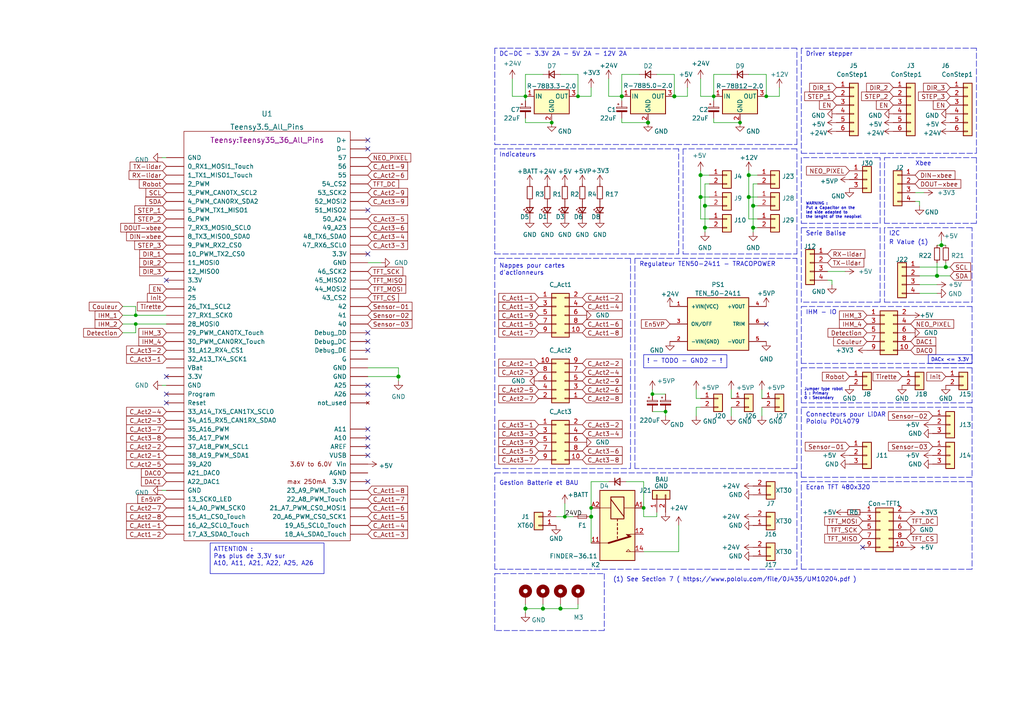
<source format=kicad_sch>
(kicad_sch (version 20230121) (generator eeschema)
  (paper "A4")
  (title_block (title "Main Board 2024") (date "2023-05-15") (rev "1") (company "Les Karibous"))
  (junction (at 204.47 59.69) (diameter 1.016))
  (junction (at 152.4 27.94))
  (junction (at 218.44 59.69) (diameter 1.016))
  (junction (at 203.2 57.15) (diameter 1.016))
  (junction (at 207.01 27.94))
  (junction (at 271.78 80.01) (diameter 1.016))
  (junction (at 218.44 66.04) (diameter 1.016))
  (junction (at 39.37 91.44))
  (junction (at 186.69 147.32))
  (junction (at 273.05 71.12) (diameter 1.016))
  (junction (at 160.02 35.56))
  (junction (at 222.25 27.94))
  (junction (at 115.57 109.22) (diameter 1.016))
  (junction (at 217.17 57.15) (diameter 1.016))
  (junction (at 217.17 50.8) (diameter 1.016))
  (junction (at 171.45 147.32))
  (junction (at 180.34 27.94) (diameter 1.016))
  (junction (at 39.37 93.98))
  (junction (at 171.45 149.86) (diameter 1.016))
  (junction (at 163.83 149.86))
  (junction (at 162.56 176.53) (diameter 1.016))
  (junction (at 157.48 176.53) (diameter 1.016))
  (junction (at 167.64 27.94))
  (junction (at 195.58 27.94) (diameter 1.016))
  (junction (at 189.23 114.3))
  (junction (at 193.04 119.38))
  (junction (at 187.96 35.56) (diameter 1.016))
  (junction (at 204.47 66.04) (diameter 1.016))
  (junction (at 152.4 176.53) (diameter 1.016))
  (junction (at 203.2 50.8) (diameter 1.016))
  (junction (at 214.63 35.56))
  (junction (at 274.32 77.47) (diameter 1.016))
  (no_connect (at 222.25 93.98))
  (no_connect (at 250.19 158.75))
  (no_connect (at 106.68 96.52))
  (no_connect (at 48.26 114.3))
  (no_connect (at 106.68 139.7))
  (no_connect (at 106.68 99.06))
  (no_connect (at 106.68 127))
  (no_connect (at 106.68 43.18))
  (no_connect (at 106.68 111.76))
  (no_connect (at 106.68 101.6))
  (no_connect (at 106.68 40.64))
  (no_connect (at 48.26 81.28))
  (no_connect (at 106.68 114.3))
  (no_connect (at 106.68 124.46))
  (no_connect (at 106.68 73.66))
  (no_connect (at 106.68 60.96))
  (no_connect (at 48.26 109.22))
  (no_connect (at 106.68 132.08))
  (no_connect (at 48.26 116.84))
  (no_connect (at 106.68 129.54))
  (polyline (pts (xy 281.94 88.9) (xy 281.94 105.41)) (stroke (width 0) (type dash)))
  (wire (pts (xy 207.01 35.56) (xy 214.63 35.56)))
  (wire (pts (xy 190.5 21.59) (xy 195.58 21.59)))
  (wire (pts (xy 195.58 21.59) (xy 195.58 27.94)))
  (polyline (pts (xy 232.41 118.11) (xy 281.94 118.11)) (stroke (width 0) (type dash)))
  (wire (pts (xy 106.68 109.22) (xy 115.57 109.22)))
  (wire (pts (xy 176.53 22.86) (xy 176.53 27.94)))
  (wire (pts (xy 46.99 111.76) (xy 48.26 111.76)))
  (polyline (pts (xy 231.14 135.89) (xy 184.15 135.89)) (stroke (width 0) (type dash)))
  (wire (pts (xy 189.23 114.3) (xy 193.04 114.3)))
  (wire (pts (xy 207.01 21.59) (xy 207.01 27.94)))
  (polyline (pts (xy 281.94 116.84) (xy 232.41 116.84)) (stroke (width 0) (type dash)))
  (polyline (pts (xy 175.26 182.88) (xy 143.51 182.88)) (stroke (width 0) (type dash)))
  (wire (pts (xy 203.2 22.86) (xy 203.2 27.94)))
  (wire (pts (xy 220.98 113.03) (xy 220.98 115.57)))
  (wire (pts (xy 271.78 80.01) (xy 275.59 80.01)))
  (wire (pts (xy 115.57 110.49) (xy 115.57 109.22)))
  (wire (pts (xy 186.69 147.32) (xy 186.69 149.86)))
  (polyline (pts (xy 231.14 74.93) (xy 231.14 135.89)) (stroke (width 0) (type dash)))
  (polyline (pts (xy 143.51 74.93) (xy 143.51 135.89)) (stroke (width 0) (type dash)))
  (wire (pts (xy 39.37 91.44) (xy 35.56 91.44)))
  (wire (pts (xy 266.7 82.55) (xy 271.78 82.55)))
  (wire (pts (xy 212.09 118.11) (xy 212.09 120.65)))
  (polyline (pts (xy 281.94 118.11) (xy 281.94 138.43)) (stroke (width 0) (type dash)))
  (wire (pts (xy 152.4 34.29) (xy 152.4 35.56)))
  (wire (pts (xy 204.47 66.04) (xy 205.74 66.04)))
  (wire (pts (xy 203.2 27.94) (xy 207.01 27.94)))
  (wire (pts (xy 39.37 96.52) (xy 39.37 93.98)))
  (wire (pts (xy 274.32 76.2) (xy 274.32 77.47)))
  (wire (pts (xy 162.56 175.26) (xy 162.56 176.53)))
  (polyline (pts (xy 232.41 116.84) (xy 232.41 106.68)) (stroke (width 0) (type dash)))
  (wire (pts (xy 217.17 50.8) (xy 217.17 49.53)))
  (wire (pts (xy 219.71 50.8) (xy 217.17 50.8)))
  (wire (pts (xy 201.93 120.65) (xy 201.93 118.11)))
  (wire (pts (xy 201.93 118.11) (xy 203.2 118.11)))
  (wire (pts (xy 171.45 27.94) (xy 167.64 27.94)))
  (wire (pts (xy 35.56 96.52) (xy 39.37 96.52)))
  (wire (pts (xy 226.06 27.94) (xy 222.25 27.94)))
  (wire (pts (xy 220.98 118.11) (xy 220.98 120.65)))
  (wire (pts (xy 39.37 93.98) (xy 48.26 93.98)))
  (wire (pts (xy 190.5 148.59) (xy 190.5 149.86)))
  (wire (pts (xy 190.5 149.86) (xy 186.69 149.86)))
  (wire (pts (xy 180.34 27.94) (xy 180.34 29.21)))
  (wire (pts (xy 189.23 113.03) (xy 189.23 114.3)))
  (wire (pts (xy 180.34 34.29) (xy 180.34 35.56)))
  (wire (pts (xy 180.34 35.56) (xy 187.96 35.56)))
  (polyline (pts (xy 281.94 138.43) (xy 232.41 138.43)) (stroke (width 0) (type dash)))
  (polyline (pts (xy 198.12 43.18) (xy 198.12 73.66)) (stroke (width 0) (type dash)))
  (wire (pts (xy 189.23 119.38) (xy 193.04 119.38)))
  (wire (pts (xy 152.4 35.56) (xy 160.02 35.56)))
  (wire (pts (xy 167.64 21.59) (xy 167.64 27.94)))
  (polyline (pts (xy 255.27 64.77) (xy 255.27 45.72)) (stroke (width 0) (type dash)))
  (polyline (pts (xy 232.41 106.68) (xy 281.94 106.68)) (stroke (width 0) (type dash)))
  (polyline (pts (xy 232.41 139.7) (xy 281.94 139.7)) (stroke (width 0) (type dash)))
  (wire (pts (xy 218.44 66.04) (xy 219.71 66.04)))
  (polyline (pts (xy 143.51 166.37) (xy 175.26 166.37)) (stroke (width 0) (type dash)))
  (wire (pts (xy 222.25 21.59) (xy 222.25 27.94)))
  (polyline (pts (xy 232.41 138.43) (xy 232.41 118.11)) (stroke (width 0) (type dash)))
  (wire (pts (xy 203.2 57.15) (xy 203.2 50.8)))
  (wire (pts (xy 157.48 175.26) (xy 157.48 176.53)))
  (polyline (pts (xy 256.54 64.77) (xy 256.54 45.72)) (stroke (width 0) (type dash)))
  (wire (pts (xy 207.01 34.29) (xy 207.01 35.56)))
  (polyline (pts (xy 232.41 165.1) (xy 232.41 139.7)) (stroke (width 0) (type dash)))
  (wire (pts (xy 266.7 85.09) (xy 271.78 85.09)))
  (wire (pts (xy 201.93 115.57) (xy 201.93 113.03)))
  (wire (pts (xy 203.2 115.57) (xy 201.93 115.57)))
  (polyline (pts (xy 196.85 73.66) (xy 196.85 43.18)) (stroke (width 0) (type dash)))
  (wire (pts (xy 219.71 63.5) (xy 217.17 63.5)))
  (wire (pts (xy 217.17 63.5) (xy 217.17 57.15)))
  (polyline (pts (xy 184.15 135.89) (xy 184.15 74.93)) (stroke (width 0) (type dash)))
  (wire (pts (xy 273.05 69.85) (xy 273.05 71.12)))
  (polyline (pts (xy 256.54 45.72) (xy 283.21 45.72)) (stroke (width 0) (type dash)))
  (polyline (pts (xy 232.41 64.77) (xy 255.27 64.77)) (stroke (width 0) (type dash)))
  (wire (pts (xy 35.56 93.98) (xy 39.37 93.98)))
  (wire (pts (xy 171.45 25.4) (xy 171.45 27.94)))
  (wire (pts (xy 148.59 27.94) (xy 152.4 27.94)))
  (polyline (pts (xy 184.15 74.93) (xy 231.14 74.93)) (stroke (width 0) (type dash)))
  (polyline (pts (xy 231.14 13.97) (xy 143.51 13.97)) (stroke (width 0) (type dash)))
  (polyline (pts (xy 231.14 41.91) (xy 231.14 13.97)) (stroke (width 0) (type dash)))
  (polyline (pts (xy 143.51 41.91) (xy 231.14 41.91)) (stroke (width 0) (type dash)))
  (polyline (pts (xy 143.51 13.97) (xy 143.51 41.91)) (stroke (width 0) (type dash)))
  (wire (pts (xy 171.45 147.32) (xy 171.45 139.7)))
  (wire (pts (xy 226.06 25.4) (xy 226.06 27.94)))
  (wire (pts (xy 157.48 21.59) (xy 152.4 21.59)))
  (wire (pts (xy 106.68 106.68) (xy 115.57 106.68)))
  (wire (pts (xy 115.57 106.68) (xy 115.57 109.22)))
  (wire (pts (xy 266.7 58.42) (xy 266.7 59.69)))
  (wire (pts (xy 205.74 57.15) (xy 203.2 57.15)))
  (wire (pts (xy 46.99 45.72) (xy 48.26 45.72)))
  (wire (pts (xy 240.03 78.74) (xy 245.11 78.74)))
  (polyline (pts (xy 231.14 43.18) (xy 198.12 43.18)) (stroke (width 0) (type dash)))
  (wire (pts (xy 218.44 59.69) (xy 219.71 59.69)))
  (wire (pts (xy 176.53 27.94) (xy 180.34 27.94)))
  (wire (pts (xy 39.37 88.9) (xy 35.56 88.9)))
  (wire (pts (xy 152.4 21.59) (xy 152.4 27.94)))
  (wire (pts (xy 205.74 50.8) (xy 203.2 50.8)))
  (polyline (pts (xy 232.41 66.04) (xy 232.41 87.63)) (stroke (width 0) (type dash)))
  (polyline (pts (xy 255.27 66.04) (xy 255.27 87.63)) (stroke (width 0) (type dash)))
  (polyline (pts (xy 232.41 66.04) (xy 255.27 66.04)) (stroke (width 0) (type dash)))
  (polyline (pts (xy 255.27 87.63) (xy 232.41 87.63)) (stroke (width 0) (type dash)))
  (wire (pts (xy 266.7 80.01) (xy 271.78 80.01)))
  (wire (pts (xy 46.99 142.24) (xy 48.26 142.24)))
  (wire (pts (xy 271.78 76.2) (xy 271.78 80.01)))
  (wire (pts (xy 204.47 59.69) (xy 205.74 59.69)))
  (wire (pts (xy 181.61 139.7) (xy 186.69 139.7)))
  (wire (pts (xy 203.2 50.8) (xy 203.2 49.53)))
  (wire (pts (xy 196.85 152.4) (xy 196.85 160.02)))
  (polyline (pts (xy 143.51 43.18) (xy 143.51 73.66)) (stroke (width 0) (type dash)))
  (polyline (pts (xy 143.51 165.1) (xy 143.51 137.16)) (stroke (width 0) (type dash)))
  (polyline (pts (xy 231.14 137.16) (xy 231.14 165.1)) (stroke (width 0) (type dash)))
  (polyline (pts (xy 143.51 137.16) (xy 231.14 137.16)) (stroke (width 0) (type dash)))
  (polyline (pts (xy 231.14 165.1) (xy 143.51 165.1)) (stroke (width 0) (type dash)))
  (polyline (pts (xy 182.88 74.93) (xy 143.51 74.93)) (stroke (width 0) (type dash)))
  (wire (pts (xy 205.74 53.34) (xy 204.47 53.34)))
  (wire (pts (xy 271.78 71.12) (xy 273.05 71.12)))
  (wire (pts (xy 273.05 71.12) (xy 274.32 71.12)))
  (wire (pts (xy 212.09 21.59) (xy 207.01 21.59)))
  (wire (pts (xy 204.47 53.34) (xy 204.47 59.69)))
  (wire (pts (xy 204.47 59.69) (xy 204.47 66.04)))
  (wire (pts (xy 185.42 21.59) (xy 180.34 21.59)))
  (wire (pts (xy 180.34 21.59) (xy 180.34 27.94)))
  (wire (pts (xy 199.39 25.4) (xy 199.39 27.94)))
  (wire (pts (xy 199.39 27.94) (xy 195.58 27.94)))
  (wire (pts (xy 193.04 119.38) (xy 193.04 120.65)))
  (wire (pts (xy 186.69 139.7) (xy 186.69 147.32)))
  (wire (pts (xy 171.45 149.86) (xy 171.45 147.32)))
  (wire (pts (xy 171.45 139.7) (xy 176.53 139.7)))
  (polyline (pts (xy 255.27 45.72) (xy 232.41 45.72)) (stroke (width 0) (type dash)))
  (polyline (pts (xy 143.51 135.89) (xy 182.88 135.89)) (stroke (width 0) (type dash)))
  (wire (pts (xy 217.17 57.15) (xy 217.17 50.8)))
  (wire (pts (xy 219.71 57.15) (xy 217.17 57.15)))
  (wire (pts (xy 240.03 81.28) (xy 241.3 81.28)))
  (wire (pts (xy 241.3 81.28) (xy 241.3 82.55)))
  (polyline (pts (xy 281.94 139.7) (xy 281.94 165.1)) (stroke (width 0) (type dash)))
  (polyline (pts (xy 231.14 73.66) (xy 231.14 43.18)) (stroke (width 0) (type dash)))
  (wire (pts (xy 186.69 160.02) (xy 196.85 160.02)))
  (wire (pts (xy 39.37 91.44) (xy 48.26 91.44)))
  (wire (pts (xy 148.59 22.86) (xy 148.59 27.94)))
  (polyline (pts (xy 281.94 106.68) (xy 281.94 116.84)) (stroke (width 0) (type dash)))
  (wire (pts (xy 106.68 76.2) (xy 110.49 76.2)))
  (wire (pts (xy 163.83 149.86) (xy 166.37 149.86)))
  (wire (pts (xy 39.37 88.9) (xy 39.37 91.44)))
  (wire (pts (xy 204.47 66.04) (xy 204.47 67.31)))
  (wire (pts (xy 163.83 146.05) (xy 163.83 149.86)))
  (polyline (pts (xy 281.94 105.41) (xy 232.41 105.41)) (stroke (width 0) (type dash)))
  (polyline (pts (xy 283.21 64.77) (xy 256.54 64.77)) (stroke (width 0) (type dash)))
  (wire (pts (xy 217.17 21.59) (xy 222.25 21.59)))
  (wire (pts (xy 203.2 63.5) (xy 203.2 57.15)))
  (polyline (pts (xy 143.51 73.66) (xy 196.85 73.66)) (stroke (width 0) (type dash)))
  (wire (pts (xy 207.01 27.94) (xy 207.01 29.21)))
  (polyline (pts (xy 232.41 45.72) (xy 232.41 64.77)) (stroke (width 0) (type dash)))
  (wire (pts (xy 265.43 55.88) (xy 267.97 55.88)))
  (polyline (pts (xy 232.41 88.9) (xy 281.94 88.9)) (stroke (width 0) (type dash)))
  (polyline (pts (xy 283.21 45.72) (xy 283.21 64.77)) (stroke (width 0) (type dash)))
  (polyline (pts (xy 143.51 182.88) (xy 143.51 166.37)) (stroke (width 0) (type dash)))
  (wire (pts (xy 171.45 149.86) (xy 171.45 157.48)))
  (polyline (pts (xy 182.88 135.89) (xy 182.88 74.93)) (stroke (width 0) (type dash)))
  (wire (pts (xy 152.4 27.94) (xy 152.4 29.21)))
  (wire (pts (xy 212.09 113.03) (xy 212.09 115.57)))
  (polyline (pts (xy 196.85 43.18) (xy 143.51 43.18)) (stroke (width 0) (type dash)))
  (polyline (pts (xy 281.94 165.1) (xy 232.41 165.1)) (stroke (width 0) (type dash)))
  (polyline (pts (xy 281.94 87.63) (xy 281.94 66.04)) (stroke (width 0) (type dash)))
  (polyline (pts (xy 256.54 87.63) (xy 281.94 87.63)) (stroke (width 0) (type dash)))
  (polyline (pts (xy 281.94 66.04) (xy 256.54 66.04)) (stroke (width 0) (type dash)))
  (polyline (pts (xy 256.54 66.04) (xy 256.54 87.63)) (stroke (width 0) (type dash)))
  (wire (pts (xy 274.32 77.47) (xy 275.59 77.47)))
  (wire (pts (xy 266.7 77.47) (xy 274.32 77.47)))
  (wire (pts (xy 265.43 58.42) (xy 266.7 58.42)))
  (polyline (pts (xy 232.41 13.97) (xy 232.41 44.45)) (stroke (width 0) (type dash)))
  (polyline (pts (xy 232.41 44.45) (xy 283.21 44.45)) (stroke (width 0) (type dash)))
  (polyline (pts (xy 283.21 44.45) (xy 283.21 13.97)) (stroke (width 0) (type dash)))
  (polyline (pts (xy 283.21 13.97) (xy 232.41 13.97)) (stroke (width 0) (type dash)))
  (polyline (pts (xy 198.12 73.66) (xy 231.14 73.66)) (stroke (width 0) (type dash)))
  (polyline (pts (xy 175.26 166.37) (xy 175.26 182.88)) (stroke (width 0) (type dash)))
  (wire (pts (xy 157.48 176.53) (xy 152.4 176.53)))
  (wire (pts (xy 167.64 175.26) (xy 167.64 176.53)))
  (wire (pts (xy 167.64 176.53) (xy 162.56 176.53)))
  (wire (pts (xy 162.56 176.53) (xy 157.48 176.53)))
  (wire (pts (xy 205.74 63.5) (xy 203.2 63.5)))
  (wire (pts (xy 161.29 149.86) (xy 163.83 149.86)))
  (polyline (pts (xy 232.41 105.41) (xy 232.41 88.9)) (stroke (width 0) (type dash)))
  (wire (pts (xy 152.4 175.26) (xy 152.4 176.53)))
  (wire (pts (xy 152.4 176.53) (xy 152.4 177.8)))
  (wire (pts (xy 162.56 21.59) (xy 167.64 21.59)))
  (wire (pts (xy 218.44 53.34) (xy 218.44 59.69)))
  (wire (pts (xy 219.71 53.34) (xy 218.44 53.34)))
  (wire (pts (xy 218.44 59.69) (xy 218.44 66.04)))
  (wire (pts (xy 218.44 66.04) (xy 218.44 67.31)))
  (text_box "DACx <= 3.3V" (at 269.24 102.87 0) (size 12.7 2.54) (effects (font (size 1 1)) (justify left top)))
  (text_box "ATTENTION :\nPas plus de 3,3V sur\nA10, A11, A21, A22, A25, A26" (at 60.96 157.48 0) (size 33.02 8.89) (effects (font (size 1.27 1.27)) (justify left top)))
  (text_box "! - TODO - GND2 - !" (at 186.69 102.87 0) (size 24.13 3.81) (effects (font (size 1.27 1.27)) (justify left top)))
  (text "Nappes pour cartes\nd'actionneurs" (at 144.78 80.01 0) (effects (font (size 1.27 1.27)) (justify left bottom)))
  (text "Gestion Batterie et BAU" (at 144.78 140.97 0) (effects (font (size 1.27 1.27)) (justify left bottom)))
  (text "WARNING :\nPut a Capacitor on the \nled side adapted to \nthe lenght of the neopixel" (at 233.68 63.5 0) (effects (font (size 0.8 0.8)) (justify left bottom)))
  (text "(1) See Section 7 ( https://www.pololu.com/file/0J435/UM10204.pdf )" (at 177.8 168.91 0) (effects (font (size 1.27 1.27)) (justify left bottom)))
  (text "Serie Balise" (at 233.68 68.58 0) (effects (font (size 1.27 1.27)) (justify left bottom)))
  (text "Connecteurs pour LiDAR\nPololu POL4079" (at 233.68 123.19 0) (effects (font (size 1.27 1.27)) (justify left bottom)))
  (text "Jumper type robot\n1 : Primary\n0 : Secondary" (at 233.2093 116.0303 0) (effects (font (size 0.8 0.8)) (justify left bottom)))
  (text "Driver stepper" (at 233.68 16.51 0) (effects (font (size 1.27 1.27)) (justify left bottom)))
  (text "Xbee" (at 265.43 48.26 0) (effects (font (size 1.27 1.27)) (justify left bottom)))
  (text "Ecran TFT 480x320" (at 233.68 142.24 0) (effects (font (size 1.27 1.27)) (justify left bottom)))
  (text "DC-DC - 3.3V 2A - 5V 2A - 12V 2A" (at 144.78 16.51 0) (effects (font (size 1.27 1.27)) (justify left bottom)))
  (text "R Value (1)" (at 257.81 71.12 0) (effects (font (size 1.27 1.27)) (justify left bottom)))
  (text "Regulateur TEN50-2411 - TRACOPOWER" (at 185.42 77.47 0) (effects (font (size 1.27 1.27)) (justify left bottom)))
  (text "Indicateurs" (at 144.78 45.72 0) (effects (font (size 1.27 1.27)) (justify left bottom)))
  (text "IHM - IO" (at 233.68 91.44 0) (effects (font (size 1.27 1.27)) (justify left bottom)))
  (text "I2C" (at 257.81 68.58 0) (effects (font (size 1.27 1.27)) (justify left bottom)))
  (label "24VD" (at 163.83 149.86 0))
  (global_label "DAC1" (shape input) (at 48.26 139.7 180) (property "Intersheetrefs" "${INTERSHEET_REFS}" (effects hide)))
  (global_label "C_Act2-3" (shape input) (at 156.21 107.95 180) (property "Intersheetrefs" "${INTERSHEET_REFS}" (effects hide)))
  (global_label "Couleur" (shape input) (at 251.46 99.06 180) (property "Intersheetrefs" "${INTERSHEET_REFS}" (effects hide)))
  (global_label "C_Act3-5" (shape input) (at 156.21 130.81 180) (property "Intersheetrefs" "${INTERSHEET_REFS}" (effects hide)))
  (global_label "IHM_4" (shape input) (at 48.26 99.06 180) (property "Intersheetrefs" "${INTERSHEET_REFS}" (effects hide)))
  (global_label "C_Act3-7" (shape input) (at 156.21 133.35 180) (property "Intersheetrefs" "${INTERSHEET_REFS}" (effects hide)))
  (global_label "C_Act1-4" (shape input) (at 168.91 88.9 0) (property "Intersheetrefs" "${INTERSHEET_REFS}" (effects hide)))
  (global_label "DIR_3" (shape input) (at 275.59 25.4 180) (property "Intersheetrefs" "${INTERSHEET_REFS}" (effects hide)))
  (global_label "C_Act3-1" (shape input) (at 156.21 123.19 180) (property "Intersheetrefs" "${INTERSHEET_REFS}" (effects hide)))
  (global_label "Init" (shape input) (at 48.26 86.36 180) (property "Intersheetrefs" "${INTERSHEET_REFS}" (effects hide)))
  (global_label "NEO_PIXEL" (shape input) (at 264.16 93.98 0) (property "Intersheetrefs" "${INTERSHEET_REFS}" (effects hide)))
  (global_label "C_Act1-3" (shape input) (at 156.21 88.9 180) (property "Intersheetrefs" "${INTERSHEET_REFS}" (effects hide)))
  (global_label "C_Act1-1" (shape input) (at 48.26 152.4 180) (property "Intersheetrefs" "${INTERSHEET_REFS}" (effects hide)))
  (global_label "C_Act2-6" (shape input) (at 106.68 50.8 0) (property "Intersheetrefs" "${INTERSHEET_REFS}" (effects hide)))
  (global_label "TFT_CS" (shape input) (at 262.89 156.21 0) (property "Intersheetrefs" "${INTERSHEET_REFS}" (effects hide)))
  (global_label "C_Act3-9" (shape input) (at 156.21 128.27 180) (property "Intersheetrefs" "${INTERSHEET_REFS}" (effects hide)))
  (global_label "DOUT-xbee" (shape input) (at 265.43 53.34 0) (property "Intersheetrefs" "${INTERSHEET_REFS}" (effects hide)))
  (global_label "SCL" (shape input) (at 275.59 77.47 0) (property "Intersheetrefs" "${INTERSHEET_REFS}" (effects hide)))
  (global_label "DOUT-xbee" (shape input) (at 48.26 66.04 180) (property "Intersheetrefs" "${INTERSHEET_REFS}" (effects hide)))
  (global_label "C_Act2-8" (shape input) (at 48.26 149.86 180) (property "Intersheetrefs" "${INTERSHEET_REFS}" (effects hide)))
  (global_label "C_Act3-8" (shape input) (at 168.91 133.35 0) (property "Intersheetrefs" "${INTERSHEET_REFS}" (effects hide)))
  (global_label "SDA" (shape input) (at 48.26 58.42 180) (property "Intersheetrefs" "${INTERSHEET_REFS}" (effects hide)))
  (global_label "Detection" (shape input) (at 35.56 96.52 180) (property "Intersheetrefs" "${INTERSHEET_REFS}" (effects hide)))
  (global_label "STEP_2" (shape input) (at 48.26 63.5 180) (property "Intersheetrefs" "${INTERSHEET_REFS}" (effects hide)))
  (global_label "SCL" (shape input) (at 48.26 55.88 180) (property "Intersheetrefs" "${INTERSHEET_REFS}" (effects hide)))
  (global_label "C_Act2-2" (shape input) (at 168.91 105.41 0) (property "Intersheetrefs" "${INTERSHEET_REFS}" (effects hide)))
  (global_label "Robot" (shape input) (at 246.38 109.22 180) (property "Intersheetrefs" "${INTERSHEET_REFS}" (effects hide)))
  (global_label "C_Act3-8" (shape input) (at 48.26 127 180) (property "Intersheetrefs" "${INTERSHEET_REFS}" (effects hide)))
  (global_label "C_Act1-2" (shape input) (at 48.26 154.94 180) (property "Intersheetrefs" "${INTERSHEET_REFS}" (effects hide)))
  (global_label "C_Act1-8" (shape input) (at 168.91 96.52 0) (property "Intersheetrefs" "${INTERSHEET_REFS}" (effects hide)))
  (global_label "DIN-xbee" (shape input) (at 265.43 50.8 0) (property "Intersheetrefs" "${INTERSHEET_REFS}" (effects hide)))
  (global_label "DAC1" (shape input) (at 264.16 99.06 0) (property "Intersheetrefs" "${INTERSHEET_REFS}" (effects hide)))
  (global_label "DAC0" (shape input) (at 264.16 101.6 0) (property "Intersheetrefs" "${INTERSHEET_REFS}" (effects hide)))
  (global_label "C_Act2-6" (shape input) (at 168.91 113.03 0) (property "Intersheetrefs" "${INTERSHEET_REFS}" (effects hide)))
  (global_label "SDA" (shape input) (at 275.59 80.01 0) (property "Intersheetrefs" "${INTERSHEET_REFS}" (effects hide)))
  (global_label "TFT_MOSI" (shape input) (at 106.68 83.82 0) (property "Intersheetrefs" "${INTERSHEET_REFS}" (effects hide)))
  (global_label "RX-lidar" (shape input) (at 48.26 50.8 180) (property "Intersheetrefs" "${INTERSHEET_REFS}" (effects hide)))
  (global_label "DIR_3" (shape input) (at 48.26 78.74 180) (property "Intersheetrefs" "${INTERSHEET_REFS}" (effects hide)))
  (global_label "Sensor-01" (shape input) (at 246.38 129.54 180) (property "Intersheetrefs" "${INTERSHEET_REFS}" (effects hide)))
  (global_label "TFT_MISO" (shape input) (at 250.19 156.21 180) (property "Intersheetrefs" "${INTERSHEET_REFS}" (effects hide)))
  (global_label "C_Act1-8" (shape input) (at 106.68 142.24 0) (property "Intersheetrefs" "${INTERSHEET_REFS}" (effects hide)))
  (global_label "STEP_1" (shape input) (at 242.57 27.94 180) (property "Intersheetrefs" "${INTERSHEET_REFS}" (effects hide)))
  (global_label "EN" (shape input) (at 48.26 83.82 180) (property "Intersheetrefs" "${INTERSHEET_REFS}" (effects hide)))
  (global_label "Couleur" (shape input) (at 35.56 88.9 180) (property "Intersheetrefs" "${INTERSHEET_REFS}" (effects hide)))
  (global_label "DIR_2" (shape input) (at 259.08 25.4 180) (property "Intersheetrefs" "${INTERSHEET_REFS}" (effects hide)))
  (global_label "C_Act1-6" (shape input) (at 106.68 147.32 0) (property "Intersheetrefs" "${INTERSHEET_REFS}" (effects hide)))
  (global_label "C_Act1-5" (shape input) (at 156.21 93.98 180) (property "Intersheetrefs" "${INTERSHEET_REFS}" (effects hide)))
  (global_label "C_Act2-7" (shape input) (at 48.26 147.32 180) (property "Intersheetrefs" "${INTERSHEET_REFS}" (effects hide)))
  (global_label "C_Act3-5" (shape input) (at 106.68 63.5 0) (property "Intersheetrefs" "${INTERSHEET_REFS}" (effects hide)))
  (global_label "C_Act1-1" (shape input) (at 156.21 86.36 180) (property "Intersheetrefs" "${INTERSHEET_REFS}" (effects hide)))
  (global_label "EN" (shape input) (at 242.57 30.48 180) (property "Intersheetrefs" "${INTERSHEET_REFS}" (effects hide)))
  (global_label "DAC0" (shape input) (at 48.26 137.16 180) (property "Intersheetrefs" "${INTERSHEET_REFS}" (effects hide)))
  (global_label "Init" (shape input) (at 274.32 109.22 180) (property "Intersheetrefs" "${INTERSHEET_REFS}" (effects hide)))
  (global_label "STEP_3" (shape input) (at 275.59 27.94 180) (property "Intersheetrefs" "${INTERSHEET_REFS}" (effects hide)))
  (global_label "C_Act1-9" (shape input) (at 106.68 48.26 0) (property "Intersheetrefs" "${INTERSHEET_REFS}" (effects hide)))
  (global_label "IHM_2" (shape input) (at 35.56 93.98 180) (property "Intersheetrefs" "${INTERSHEET_REFS}" (effects hide)))
  (global_label "DIR_1" (shape input) (at 48.26 73.66 180) (property "Intersheetrefs" "${INTERSHEET_REFS}" (effects hide)))
  (global_label "Sensor-02" (shape input) (at 106.68 91.44 0) (property "Intersheetrefs" "${INTERSHEET_REFS}" (effects hide)))
  (global_label "Sensor-03" (shape input) (at 270.51 129.54 180) (property "Intersheetrefs" "${INTERSHEET_REFS}" (effects hide)))
  (global_label "Robot" (shape input) (at 48.26 53.34 180) (property "Intersheetrefs" "${INTERSHEET_REFS}" (effects hide)))
  (global_label "C_Act1-7" (shape input) (at 106.68 144.78 0) (property "Intersheetrefs" "${INTERSHEET_REFS}" (effects hide)))
  (global_label "IHM_3" (shape input) (at 251.46 91.44 180) (property "Intersheetrefs" "${INTERSHEET_REFS}" (effects hide)))
  (global_label "TFT_DC" (shape input) (at 106.68 53.34 0) (property "Intersheetrefs" "${INTERSHEET_REFS}" (effects hide)))
  (global_label "DIN-xbee" (shape input) (at 48.26 68.58 180) (property "Intersheetrefs" "${INTERSHEET_REFS}" (effects hide)))
  (global_label "TX-lidar" (shape input) (at 48.26 48.26 180) (property "Intersheetrefs" "${INTERSHEET_REFS}" (effects hide)))
  (global_label "C_Act3-6" (shape input) (at 168.91 130.81 0) (property "Intersheetrefs" "${INTERSHEET_REFS}" (effects hide)))
  (global_label "C_Act1-4" (shape input) (at 106.68 152.4 0) (property "Intersheetrefs" "${INTERSHEET_REFS}" (effects hide)))
  (global_label "C_Act1-6" (shape input) (at 168.91 93.98 0) (property "Intersheetrefs" "${INTERSHEET_REFS}" (effects hide)))
  (global_label "C_Act2-1" (shape input) (at 156.21 105.41 180) (property "Intersheetrefs" "${INTERSHEET_REFS}" (effects hide)))
  (global_label "TFT_MOSI" (shape input) (at 250.19 151.13 180) (property "Intersheetrefs" "${INTERSHEET_REFS}" (effects hide)))
  (global_label "C_Act2-5" (shape input) (at 48.26 134.62 180) (property "Intersheetrefs" "${INTERSHEET_REFS}" (effects hide)))
  (global_label "STEP_2" (shape input) (at 259.08 27.94 180) (property "Intersheetrefs" "${INTERSHEET_REFS}" (effects hide)))
  (global_label "STEP_1" (shape input) (at 48.26 60.96 180) (property "Intersheetrefs" "${INTERSHEET_REFS}" (effects hide)))
  (global_label "IHM_4" (shape input) (at 251.46 93.98 180) (property "Intersheetrefs" "${INTERSHEET_REFS}" (effects hide)))
  (global_label "DIR_2" (shape input) (at 48.26 76.2 180) (property "Intersheetrefs" "${INTERSHEET_REFS}" (effects hide)))
  (global_label "TFT_SCK" (shape input) (at 250.19 153.67 180) (property "Intersheetrefs" "${INTERSHEET_REFS}" (effects hide)))
  (global_label "C_Act1-9" (shape input) (at 156.21 91.44 180) (property "Intersheetrefs" "${INTERSHEET_REFS}" (effects hide)))
  (global_label "C_Act3-7" (shape input) (at 48.26 124.46 180) (property "Intersheetrefs" "${INTERSHEET_REFS}" (effects hide)))
  (global_label "C_Act1-2" (shape input) (at 168.91 86.36 0) (property "Intersheetrefs" "${INTERSHEET_REFS}" (effects hide)))
  (global_label "NEO_PIXEL" (shape input) (at 246.38 49.53 180) (property "Intersheetrefs" "${INTERSHEET_REFS}" (effects hide)))
  (global_label "STEP_3" (shape input) (at 48.26 71.12 180) (property "Intersheetrefs" "${INTERSHEET_REFS}" (effects hide)))
  (global_label "C_Act2-9" (shape input) (at 168.91 110.49 0) (property "Intersheetrefs" "${INTERSHEET_REFS}" (effects hide)))
  (global_label "C_Act2-8" (shape input) (at 168.91 115.57 0) (property "Intersheetrefs" "${INTERSHEET_REFS}" (effects hide)))
  (global_label "Sensor-01" (shape input) (at 106.68 88.9 0) (property "Intersheetrefs" "${INTERSHEET_REFS}" (effects hide)))
  (global_label "IHM_3" (shape input) (at 48.26 96.52 180) (property "Intersheetrefs" "${INTERSHEET_REFS}" (effects hide)))
  (global_label "C_Act2-1" (shape input) (at 48.26 132.08 180) (property "Intersheetrefs" "${INTERSHEET_REFS}" (effects hide)))
  (global_label "TFT_MISO" (shape input) (at 106.68 81.28 0) (property "Intersheetrefs" "${INTERSHEET_REFS}" (effects hide)))
  (global_label "En5VP" (shape input) (at 48.26 144.78 180) (property "Intersheetrefs" "${INTERSHEET_REFS}" (effects hide)))
  (global_label "RX-lidar" (shape input) (at 240.03 73.66 0) (property "Intersheetrefs" "${INTERSHEET_REFS}" (effects hide)))
  (global_label "DIR_1" (shape input) (at 242.57 25.4 180) (property "Intersheetrefs" "${INTERSHEET_REFS}" (effects hide)))
  (global_label "C_Act1-5" (shape input) (at 106.68 149.86 0) (property "Intersheetrefs" "${INTERSHEET_REFS}" (effects hide)))
  (global_label "C_Act2-4" (shape input) (at 48.26 119.38 180) (property "Intersheetrefs" "${INTERSHEET_REFS}" (effects hide)))
  (global_label "Sensor-02" (shape input) (at 270.51 120.65 180) (property "Intersheetrefs" "${INTERSHEET_REFS}" (effects hide)))
  (global_label "TFT_SCK" (shape input) (at 106.68 78.74 0) (property "Intersheetrefs" "${INTERSHEET_REFS}" (effects hide)))
  (global_label "C_Act3-1" (shape input) (at 48.26 104.14 180) (property "Intersheetrefs" "${INTERSHEET_REFS}" (effects hide)))
  (global_label "C_Act2-4" (shape input) (at 168.91 107.95 0) (property "Intersheetrefs" "${INTERSHEET_REFS}" (effects hide)))
  (global_label "C_Act1-7" (shape input) (at 156.21 96.52 180) (property "Intersheetrefs" "${INTERSHEET_REFS}" (effects hide)))
  (global_label "C_Act2-5" (shape input) (at 156.21 113.03 180) (property "Intersheetrefs" "${INTERSHEET_REFS}" (effects hide)))
  (global_label "TFT_DC" (shape input) (at 262.89 151.13 0) (property "Intersheetrefs" "${INTERSHEET_REFS}" (effects hide)))
  (global_label "C_Act3-3" (shape input) (at 156.21 125.73 180) (property "Intersheetrefs" "${INTERSHEET_REFS}" (effects hide)))
  (global_label "TX-lidar" (shape input) (at 240.03 76.2 0) (property "Intersheetrefs" "${INTERSHEET_REFS}" (effects hide)))
  (global_label "C_Act1-3" (shape input) (at 106.68 154.94 0) (property "Intersheetrefs" "${INTERSHEET_REFS}" (effects hide)))
  (global_label "EN" (shape input) (at 275.59 30.48 180) (property "Intersheetrefs" "${INTERSHEET_REFS}" (effects hide)))
  (global_label "EN" (shape input) (at 259.08 30.48 180) (property "Intersheetrefs" "${INTERSHEET_REFS}" (effects hide)))
  (global_label "Tirette" (shape input) (at 261.62 109.22 180) (property "Intersheetrefs" "${INTERSHEET_REFS}" (effects hide)))
  (global_label "C_Act3-2" (shape input) (at 48.26 101.6 180) (property "Intersheetrefs" "${INTERSHEET_REFS}" (effects hide)))
  (global_label "Sensor-03" (shape input) (at 106.68 93.98 0) (property "Intersheetrefs" "${INTERSHEET_REFS}" (effects hide)))
  (global_label "Tirette" (shape input) (at 48.26 88.9 180) (property "Intersheetrefs" "${INTERSHEET_REFS}" (effects hide)))
  (global_label "En5VP" (shape input) (at 194.31 93.98 180) (property "Intersheetrefs" "${INTERSHEET_REFS}" (effects hide)))
  (global_label "C_Act3-3" (shape input) (at 106.68 71.12 0) (property "Intersheetrefs" "${INTERSHEET_REFS}" (effects hide)))
  (global_label "NEO_PIXEL" (shape input) (at 106.68 45.72 0) (property "Intersheetrefs" "${INTERSHEET_REFS}" (effects hide)))
  (global_label "C_Act2-3" (shape input) (at 48.26 121.92 180) (property "Intersheetrefs" "${INTERSHEET_REFS}" (effects hide)))
  (global_label "Detection" (shape input) (at 251.46 96.52 180) (property "Intersheetrefs" "${INTERSHEET_REFS}" (effects hide)))
  (global_label "C_Act3-6" (shape input) (at 106.68 66.04 0) (property "Intersheetrefs" "${INTERSHEET_REFS}" (effects hide)))
  (global_label "IHM_1" (shape input) (at 35.56 91.44 180) (property "Intersheetrefs" "${INTERSHEET_REFS}" (effects hide)))
  (global_label "TFT_CS" (shape input) (at 106.68 86.36 0) (property "Intersheetrefs" "${INTERSHEET_REFS}" (effects hide)))
  (global_label "C_Act2-7" (shape input) (at 156.21 115.57 180) (property "Intersheetrefs" "${INTERSHEET_REFS}" (effects hide)))
  (global_label "C_Act3-4" (shape input) (at 168.91 125.73 0) (property "Intersheetrefs" "${INTERSHEET_REFS}" (effects hide)))
  (global_label "C_Act3-4" (shape input) (at 106.68 68.58 0) (property "Intersheetrefs" "${INTERSHEET_REFS}" (effects hide)))
  (global_label "C_Act2-9" (shape input) (at 106.68 55.88 0) (property "Intersheetrefs" "${INTERSHEET_REFS}" (effects hide)))
  (global_label "C_Act2-2" (shape input) (at 48.26 129.54 180) (property "Intersheetrefs" "${INTERSHEET_REFS}" (effects hide)))
  (global_label "C_Act3-2" (shape input) (at 168.91 123.19 0) (property "Intersheetrefs" "${INTERSHEET_REFS}" (effects hide)))
  (global_label "C_Act3-9" (shape input) (at 106.68 58.42 0) (property "Intersheetrefs" "${INTERSHEET_REFS}" (effects hide)))
  (symbol (lib_id "power:GND") (at 270.51 125.73 270) (unit 1)
    (property "Reference" "#PWR0148" (effects hide))
    (property "Value" "GND" (at 265.43 125.73 90))
  )
  (symbol (lib_id "Connector_Generic:Conn_01x06") (at 264.16 30.48 0) (unit 1)
    (property "Reference" "J3" (at 264.16 19.05 0))
    (property "Value" "ConStep1" (at 262.89 21.59 0))
    (property "Footprint" "Connector_Molex:Molex_KK-254_AE-6410-06A_1x06_P2.54mm_Vertical" (effects hide))
  )
  (symbol (lib_id "Connector_Generic:Conn_02x05_Odd_Even") (at 256.54 96.52 0) (unit 1)
    (property "Reference" "IHM-IO1" (effects hide))
    (property "Value" "Conn_02x05_Odd_Even" (effects hide))
    (property "Footprint" "Connector_IDC:IDC-Header_2x05_P2.54mm_Vertical" (effects hide))
  )
  (symbol (lib_id "power:GND") (at 173.99 63.5 0) (unit 1)
    (property "Reference" "#PWR0178" (effects hide))
    (property "Value" "GND" (at 173.99 68.0626 0))
  )
  (symbol (lib_id "Connector_Generic:Conn_01x02") (at 226.06 115.57 0) (unit 1)
    (property "Reference" "J27" (at 224.79 120.65 0) (effects (justify left)))
    (property "Value" "BAU" (effects hide))
    (property "Footprint" "Connector_Molex:Molex_KK-396_A-41791-0002_1x02_P3.96mm_Vertical" (effects hide))
  )
  (symbol (lib_id "power:GND") (at 214.63 35.56 0) (unit 1)
    (property "Reference" "#PWR07" (effects hide))
    (property "Value" "GND" (at 218.44 38.1 0))
  )
  (symbol (lib_id "power:+24V") (at 158.75 53.34 0) (unit 1)
    (property "Reference" "#PWR0152" (effects hide))
    (property "Value" "+24V" (at 158.75 49.7354 0))
  )
  (symbol (lib_id "power:GND") (at 218.44 67.31 0) (unit 1)
    (property "Reference" "#PWR0137" (effects hide))
    (property "Value" "GND" (at 218.44 71.8726 0))
  )
  (symbol (lib_id "power:GND") (at 163.83 63.5 0) (unit 1)
    (property "Reference" "#PWR0151" (effects hide))
    (property "Value" "GND" (at 163.83 68.0626 0))
  )
  (symbol (lib_id "power:GND") (at 264.16 96.52 90) (unit 1)
    (property "Reference" "#PWR04" (effects hide))
    (property "Value" "GND" (at 267.97 96.52 90) (effects (justify right)))
  )
  (symbol (lib_id "Device:LED_Small") (at 163.83 60.96 90) (unit 1)
    (property "Reference" "D3" (at 161.1577 62.8767 90) (effects (justify right)))
    (property "Value" "LED_Small" (effects hide))
    (property "Footprint" "LED_SMD:LED_1206_3216Metric_Pad1.42x1.75mm_HandSolder" (effects hide))
  )
  (symbol (lib_id "power:+5V") (at 270.51 123.19 90) (unit 1)
    (property "Reference" "#PWR0102" (effects hide))
    (property "Value" "+5V" (at 266.7 123.1899 90) (effects (justify left)))
  )
  (symbol (lib_id "power:+5VP") (at 246.38 52.07 90) (unit 1)
    (property "Reference" "#PWR0154" (effects hide))
    (property "Value" "+5VP" (at 243.205 52.549 90) (effects (justify left)))
  )
  (symbol (lib_id "power:GND") (at 193.04 148.59 0) (unit 1)
    (property "Reference" "#PWR0143" (effects hide))
    (property "Value" "GND" (at 191.77 140.97 0))
  )
  (symbol (lib_id "Connector_Generic:Conn_01x02") (at 224.79 63.5 0) (unit 1)
    (property "Reference" "J29" (at 226.8221 63.8615 0) (effects (justify left)))
    (property "Value" "Conn_01x02" (effects hide))
    (property "Footprint" "Connector_Molex:Molex_KK-254_AE-6410-02A_1x02_P2.54mm_Vertical" (effects hide))
  )
  (symbol (lib_id "power:+5V") (at 245.11 148.59 90) (unit 1)
    (property "Reference" "#PWR017" (effects hide))
    (property "Value" "+5V" (at 242.57 148.59 90) (effects (justify left)))
  )
  (symbol (lib_id "Device:R_Small") (at 163.83 55.88 180) (unit 1)
    (property "Reference" "R2" (at 165.3287 56.359 0) (effects (justify right)))
    (property "Value" "R_Small" (effects hide))
    (property "Footprint" "Resistor_SMD:R_1206_3216Metric_Pad1.30x1.75mm_HandSolder" (effects hide))
  )
  (symbol (lib_id "power:GND") (at 158.75 63.5 0) (unit 1)
    (property "Reference" "#PWR0106" (effects hide))
    (property "Value" "GND" (at 158.75 68.0626 0))
  )
  (symbol (lib_id "Device:LED_Small") (at 158.75 60.96 90) (unit 1)
    (property "Reference" "D1" (at 156.0958 62.8111 90) (effects (justify right)))
    (property "Value" "LED_Small" (effects hide))
    (property "Footprint" "LED_SMD:LED_1206_3216Metric_Pad1.42x1.75mm_HandSolder" (effects hide))
  )
  (symbol (lib_id "Connector_Generic:Conn_01x02") (at 210.82 63.5 0) (unit 1)
    (property "Reference" "J10" (at 212.8521 63.8615 0) (effects (justify left)))
    (property "Value" "Conn_01x02" (effects hide))
    (property "Footprint" "Connector_Molex:Molex_KK-254_AE-6410-02A_1x02_P2.54mm_Vertical" (effects hide))
  )
  (symbol (lib_id "power:+24V") (at 196.85 152.4 0) (unit 1)
    (property "Reference" "#PWR0157" (effects hide))
    (property "Value" "+24V" (at 196.85 147.32 0))
  )
  (symbol (lib_id "power:+24V") (at 194.31 88.9 0) (unit 1)
    (property "Reference" "#PWR01" (effects hide))
    (property "Value" "+24V" (at 194.31 85.2954 0))
  )
  (symbol (lib_id "Connector_Generic:Conn_02x05_Odd_Even") (at 163.83 110.49 180) (unit 1)
    (property "Reference" "C_Act2" (at 162.56 101.6 0))
    (property "Value" "Conn_02x05_Odd_Even" (effects hide))
    (property "Footprint" "Connector_IDC:IDC-Header_2x05_P2.54mm_Vertical" (effects hide))
  )
  (symbol (lib_id "power:+5VP") (at 201.93 113.03 0) (unit 1)
    (property "Reference" "#PWR0163" (effects hide))
    (property "Value" "+5VP" (at 203.3271 112.4295 0) (effects (justify left)))
  )
  (symbol (lib_id "power:GND") (at 115.57 110.49 0) (unit 1)
    (property "Reference" "#PWR0121" (effects hide))
    (property "Value" "GND" (at 115.57 115.0526 0))
  )
  (symbol (lib_id "Device:LED_Small") (at 153.67 60.96 90) (unit 1)
    (property "Reference" "D5" (at 153.5436 62.8919 90) (effects (justify left)))
    (property "Value" "LED_Small" (effects hide))
    (property "Footprint" "LED_SMD:LED_1206_3216Metric_Pad1.42x1.75mm_HandSolder" (effects hide))
  )
  (symbol (lib_id "power:+5V") (at 259.08 35.56 90) (unit 1)
    (property "Reference" "#PWR0114" (effects hide))
    (property "Value" "+5V" (at 255.905 36.039 90) (effects (justify left)))
  )
  (symbol (lib_id "power:+24V") (at 218.44 140.97 90) (unit 1)
    (property "Reference" "#PWR0189" (effects hide))
    (property "Value" "+24V" (at 214.63 140.9699 90) (effects (justify left)))
  )
  (symbol (lib_id "Device:R_Small") (at 168.91 55.88 180) (unit 1)
    (property "Reference" "R4" (at 170.4087 56.359 0) (effects (justify right)))
    (property "Value" "R_Small" (effects hide))
    (property "Footprint" "Resistor_SMD:R_1206_3216Metric_Pad1.30x1.75mm_HandSolder" (effects hide))
  )
  (symbol (lib_id "Connector_Generic:Conn_01x02") (at 224.79 50.8 0) (unit 1)
    (property "Reference" "J23" (at 226.8221 51.1615 0) (effects (justify left)))
    (property "Value" "Conn_01x02" (effects hide))
    (property "Footprint" "Connector_Molex:Molex_KK-254_AE-6410-02A_1x02_P2.54mm_Vertical" (effects hide))
  )
  (symbol (lib_id "Connector_Generic:Conn_01x02") (at 190.5 143.51 90) (unit 1)
    (property "Reference" "J21" (at 185.42 142.24 90) (effects (justify right)))
    (property "Value" "BAU" (at 189.9921 139.036 90) (effects (justify right)))
    (property "Footprint" "Connector_Molex:Molex_KK-396_A-41791-0002_1x02_P3.96mm_Vertical" (effects hide))
  )
  (symbol (lib_id "Connector_Generic:Conn_02x05_Odd_Even") (at 161.29 91.44 0) (unit 1)
    (property "Reference" "C_Act1" (at 162.56 82.55 0))
    (property "Value" "Conn_02x05_Odd_Even" (effects hide))
    (property "Footprint" "Connector_IDC:IDC-Header_2x05_P2.54mm_Vertical" (effects hide))
  )
  (symbol (lib_id "power:GND") (at 168.91 128.27 90) (unit 1)
    (property "Reference" "#PWR020" (effects hide))
    (property "Value" "GND" (at 172.72 128.2699 90) (effects (justify right)))
  )
  (symbol (lib_id "Mechanical:MountingHole_Pad") (at 152.4 172.72 0) (unit 1)
    (property "Reference" "H1" (effects hide))
    (property "Value" "M3" (effects hide))
    (property "Footprint" "MountingHole:MountingHole_3.2mm_M3_Pad_Via" (effects hide))
  )
  (symbol (lib_id "Device:LED_Small") (at 173.99 60.96 90) (unit 1)
    (property "Reference" "D8" (at 171.4825 62.8919 90) (effects (justify right)))
    (property "Value" "LED_Small" (effects hide))
    (property "Footprint" "LED_SMD:LED_1206_3216Metric_Pad1.42x1.75mm_HandSolder" (effects hide))
  )
  (symbol (lib_id "Device:R_Small") (at 247.65 148.59 90) (unit 1)
    (property "Reference" "R6" (at 247.65 148.59 90))
    (property "Value" "R_Small" (effects hide))
    (property "Footprint" "Resistor_SMD:R_1206_3216Metric_Pad1.30x1.75mm_HandSolder" (effects hide))
  )
  (symbol (lib_id "teensy:Teensy3.5_All_Pins") (at 77.47 100.33 0) (unit 1)
    (property "Reference" "U1" (at 77.47 33.02 0) (effects (font (size 1.524 1.524))))
    (property "Value" "Teensy3.5_All_Pins" (at 77.47 36.83 0) (effects (font (size 1.524 1.524))))
    (property "Footprint" "Teensy:Teensy35_36_All_Pins" (at 77.47 40.64 0) (effects (font (size 1.524 1.524))))
    (property "Datasheet" "https://www.pjrc.com/teensy/card8a_rev2.pdf" (effects hide))
    (property "Pinouts" "https://www.pjrc.com/teensy/pinout.html" (effects hide))
  )
  (symbol (lib_id "power:+5V") (at 106.68 134.62 270) (unit 1)
    (property "Reference" "#PWR0119" (effects hide))
    (property "Value" "+5V" (at 109.8551 135.099 90) (effects (justify left)))
  )
  (symbol (lib_id "Connector_Generic:Conn_02x05_Odd_Even") (at 255.27 153.67 0) (unit 1)
    (property "Reference" "Con-TFT1" (at 256.54 146.05 0))
    (property "Value" "Conn_02x05_Odd_Even" (effects hide))
    (property "Footprint" "Connector_IDC:IDC-Header_2x05_P2.54mm_Vertical" (effects hide))
  )
  (symbol (lib_id "power:GND") (at 246.38 54.61 0) (unit 1)
    (property "Reference" "#PWR0153" (effects hide))
    (property "Value" "GND" (at 243.0907 56.8791 0))
  )
  (symbol (lib_id "Connector_Generic:Conn_02x05_Odd_Even") (at 161.29 128.27 0) (unit 1)
    (property "Reference" "C_Act3" (at 162.56 119.38 0))
    (property "Value" "Conn_02x05_Odd_Even" (effects hide))
    (property "Footprint" "Connector_IDC:IDC-Header_2x05_P2.54mm_Vertical" (effects hide))
  )
  (symbol (lib_id "power:+24V") (at 218.44 158.75 90) (unit 1)
    (property "Reference" "#PWR0185" (effects hide))
    (property "Value" "+24V" (at 214.63 158.7499 90) (effects (justify left)))
  )
  (symbol (lib_id "Regulator_Switching:R-78B5.0-2.0") (at 187.96 27.94 0) (unit 1)
    (property "Reference" "U4" (effects hide))
    (property "Value" "R-78B5.0-2.0" (at 187.96 24.8435 0))
    (property "Footprint" "Converter_DCDC:Converter_DCDC_RECOM_R-78E-0.5_THT" (effects hide))
    (property "Datasheet" "https://www.recom-power.com/pdf/Innoline/R-78Bxx-2.0.pdf" (effects hide))
  )
  (symbol (lib_id "Connector_Generic:Conn_01x04") (at 261.62 80.01 0) (mirror y) (unit 1)
    (property "Reference" "J22" (at 263.3979 75.2915 0) (effects (justify left)))
    (property "Value" "Conn_01x04" (effects hide))
    (property "Footprint" "Connector_Molex:Molex_KK-254_AE-6410-04A_1x04_P2.54mm_Vertical" (effects hide))
  )
  (symbol (lib_id "power:GND") (at 259.08 33.02 270) (unit 1)
    (property "Reference" "#PWR0112" (effects hide))
    (property "Value" "GND" (at 255.905 33.499 90) (effects (justify right)))
  )
  (symbol (lib_id "power:+5V") (at 275.59 35.56 90) (unit 1)
    (property "Reference" "#PWR0126" (effects hide))
    (property "Value" "+5V" (at 272.415 36.039 90) (effects (justify left)))
  )
  (symbol (lib_id "Mechanical:MountingHole_Pad") (at 162.56 172.72 0) (unit 1)
    (property "Reference" "H3" (effects hide))
    (property "Value" "M3" (effects hide))
    (property "Footprint" "MountingHole:MountingHole_3.2mm_M3_Pad_Via" (effects hide))
  )
  (symbol (lib_id "Connector_Generic:Conn_01x06") (at 247.65 30.48 0) (unit 1)
    (property "Reference" "J5" (at 246.38 19.05 0) (effects (justify left)))
    (property "Value" "ConStep1" (at 242.57 21.59 0) (effects (justify left)))
    (property "Footprint" "Connector_Molex:Molex_KK-254_AE-6410-06A_1x06_P2.54mm_Vertical" (effects hide))
  )
  (symbol (lib_id "power:GND") (at 110.49 76.2 90) (unit 1)
    (property "Reference" "#PWR0122" (effects hide))
    (property "Value" "GND" (at 114.3 76.1999 90) (effects (justify right)))
  )
  (symbol (lib_id "power:+5V") (at 273.05 69.85 0) (unit 1)
    (property "Reference" "#PWR0146" (effects hide))
    (property "Value" "+5V" (at 275.7894 68.4337 0))
  )
  (symbol (lib_id "Connector_Generic:Conn_01x03") (at 251.46 52.07 0) (unit 1)
    (property "Reference" "J30" (at 249.6821 47.3515 0) (effects (justify left)))
    (property "Value" "Conn_01x03" (effects hide))
    (property "Footprint" "Connector_Molex:Molex_KK-254_AE-6410-03A_1x03_P2.54mm_Vertical" (effects hide))
  )
  (symbol (lib_id "Connector_Generic:Conn_01x02") (at 251.46 109.22 0) (unit 1)
    (property "Reference" "J8" (at 251.46 114.3 0))
    (property "Value" "Conn_01x02" (effects hide))
    (property "Footprint" "Connector_PinHeader_2.54mm:PinHeader_1x02_P2.54mm_Vertical" (effects hide))
  )
  (symbol (lib_id "Relay:FINDER-36.11") (at 179.07 152.4 270) (unit 1)
    (property "Reference" "K2" (at 172.72 163.83 90))
    (property "Value" "FINDER-36.11" (at 166.37 161.29 90))
    (property "Footprint" "Relay_THT:Relay_SPDT_Finder_36.11" (effects hide))
    (property "Datasheet" "https://gfinder.findernet.com/public/attachments/36/EN/S36EN.pdf" (effects hide))
  )
  (symbol (lib_id "power:+5V") (at 203.2 49.53 0) (unit 1)
    (property "Reference" "#PWR09" (effects hide))
    (property "Value" "+5V" (at 200.7871 45.1195 0) (effects (justify left)))
  )
  (symbol (lib_id "power:GND") (at 262.89 153.67 90) (unit 1)
    (property "Reference" "#PWR015" (effects hide))
    (property "Value" "GND" (at 266.7 153.6699 90) (effects (justify right)))
  )
  (symbol (lib_id "power:+5V") (at 270.51 132.08 90) (unit 1)
    (property "Reference" "#PWR0183" (effects hide))
    (property "Value" "+5V" (at 266.7 132.0799 90) (effects (justify left)))
  )
  (symbol (lib_id "Device:R_Small") (at 271.78 73.66 180) (unit 1)
    (property "Reference" "R22" (at 270.2813 74.139 0) (effects (justify left)))
    (property "Value" "R_Small" (effects hide))
    (property "Footprint" "Resistor_SMD:R_1206_3216Metric_Pad1.30x1.75mm_HandSolder" (effects hide))
  )
  (symbol (lib_id "power:GND") (at 193.04 120.65 0) (unit 1)
    (property "Reference" "#PWR0171" (effects hide))
    (property "Value" "GND" (at 194.31 123.19 0) (effects (justify left)))
  )
  (symbol (lib_id "power:GND") (at 218.44 161.29 270) (unit 1)
    (property "Reference" "#PWR0187" (effects hide))
    (property "Value" "GND" (at 213.36 161.29 90))
  )
  (symbol (lib_id "power:+3V3") (at 262.89 148.59 270) (unit 1)
    (property "Reference" "#PWR014" (effects hide))
    (property "Value" "+3V3" (at 266.7 148.5899 90) (effects (justify left)))
  )
  (symbol (lib_id "Device:D_Small") (at 179.07 139.7 0) (unit 1)
    (property "Reference" "D4" (at 175.26 140.97 0))
    (property "Value" "D_Small" (effects hide))
    (property "Footprint" "Diode_SMD:D_SMA_Handsoldering" (effects hide))
  )
  (symbol (lib_id "power:GND") (at 222.25 99.06 0) (unit 1)
    (property "Reference" "#PWR03" (effects hide))
    (property "Value" "GND" (at 222.25 104.14 0))
  )
  (symbol (lib_id "power:+24V") (at 275.59 38.1 90) (unit 1)
    (property "Reference" "#PWR0117" (effects hide))
    (property "Value" "+24V" (at 267.7161 38.579 90) (effects (justify right)))
  )
  (symbol (lib_id "power:+5VP") (at 222.25 88.9 0) (unit 1)
    (property "Reference" "#PWR02" (effects hide))
    (property "Value" "+5VP" (at 222.25 85.09 0))
  )
  (symbol (lib_id "power:GND") (at 266.7 59.69 0) (unit 1)
    (property "Reference" "#PWR0118" (effects hide))
    (property "Value" "GND" (at 270.2631 61.5271 0))
  )
  (symbol (lib_id "Connector_Generic:Conn_01x02") (at 210.82 50.8 0) (unit 1)
    (property "Reference" "J4" (at 212.8521 51.1615 0) (effects (justify left)))
    (property "Value" "Conn_01x02" (effects hide))
    (property "Footprint" "Connector_Molex:Molex_KK-254_AE-6410-02A_1x02_P2.54mm_Vertical" (effects hide))
  )
  (symbol (lib_id "power:GND") (at 270.51 134.62 270) (unit 1)
    (property "Reference" "#PWR0167" (effects hide))
    (property "Value" "GND" (at 265.43 134.62 90))
  )
  (symbol (lib_id "power:GND") (at 152.4 177.8 0) (unit 1)
    (property "Reference" "#PWR0155" (effects hide))
    (property "Value" "GND" (at 156.21 179.8226 0))
  )
  (symbol (lib_id "Connector_Generic:Conn_01x02") (at 156.21 152.4 180) (unit 1)
    (property "Reference" "J1" (at 152.4 149.86 0))
    (property "Value" "XT60" (at 152.4 152.4 0))
    (property "Footprint" "Connector_AMASS:AMASS_XT60-M_1x02_P7.20mm_Vertical" (effects hide))
  )
  (symbol (lib_id "power:GND") (at 46.99 142.24 270) (unit 1)
    (property "Reference" "#PWR0123" (effects hide))
    (property "Value" "GND" (at 43.18 142.875 90) (effects (justify right)))
  )
  (symbol (lib_id "power:+5VP") (at 220.98 113.03 0) (unit 1)
    (property "Reference" "#PWR0168" (effects hide))
    (property "Value" "+5VP" (at 222.3771 112.4295 0) (effects (justify left)))
  )
  (symbol (lib_id "power:+5V") (at 199.39 25.4 0) (unit 1)
    (property "Reference" "#PWR0103" (effects hide))
    (property "Value" "+5V" (at 196.85 21.59 0) (effects (justify left)))
  )
  (symbol (lib_id "Connector_Generic:Conn_01x04") (at 260.35 53.34 0) (mirror y) (unit 1)
    (property "Reference" "J2" (at 262.1279 48.6215 0) (effects (justify left)))
    (property "Value" "Conn_01x04" (effects hide))
    (property "Footprint" "Connector_Molex:Molex_KK-254_AE-6410-04A_1x04_P2.54mm_Vertical" (effects hide))
  )
  (symbol (lib_id "power:GND") (at 160.02 35.56 0) (unit 1)
    (property "Reference" "#PWR0156" (effects hide))
    (property "Value" "GND" (at 163.83 38.1 0))
  )
  (symbol (lib_id "Connector_Generic:Conn_01x02") (at 223.52 161.29 0) (mirror x) (unit 1)
    (property "Reference" "J17" (at 223.52 163.83 0))
    (property "Value" "XT30" (at 227.33 160.02 0))
    (property "Footprint" "Connector_AMASS:AMASS_XT30U-F_1x02_P5.0mm_Vertical" (effects hide))
  )
  (symbol (lib_id "Connector_Generic:Conn_01x04") (at 234.95 76.2 0) (mirror y) (unit 1)
    (property "Reference" "J12" (at 236.7279 71.4815 0) (effects (justify left)))
    (property "Value" "Conn_01x04" (effects hide))
    (property "Footprint" "Connector_Molex:Molex_KK-254_AE-6410-04A_1x04_P2.54mm_Vertical" (effects hide))
  )
  (symbol (lib_id "power:GND") (at 153.67 63.5 0) (unit 1)
    (property "Reference" "#PWR0131" (effects hide))
    (property "Value" "GND" (at 153.67 68.0626 0))
  )
  (symbol (lib_id "power:+24V") (at 259.08 38.1 90) (unit 1)
    (property "Reference" "#PWR0113" (effects hide))
    (property "Value" "+24V" (at 251.2061 38.579 90) (effects (justify right)))
  )
  (symbol (lib_id "Connector_Generic:Conn_01x02") (at 224.79 57.15 0) (unit 1)
    (property "Reference" "J28" (at 226.8221 57.5115 0) (effects (justify left)))
    (property "Value" "Conn_01x02" (effects hide))
    (property "Footprint" "Connector_Molex:Molex_KK-254_AE-6410-02A_1x02_P2.54mm_Vertical" (effects hide))
  )
  (symbol (lib_id "Device:R_Small") (at 158.75 55.88 180) (unit 1)
    (property "Reference" "R1" (at 160.2487 56.359 0) (effects (justify right)))
    (property "Value" "R_Small" (effects hide))
    (property "Footprint" "Resistor_SMD:R_1206_3216Metric_Pad1.30x1.75mm_HandSolder" (effects hide))
  )
  (symbol (lib_id "Device:Fuse_Small") (at 168.91 149.86 0) (unit 1)
    (property "Reference" "F1" (at 168.91 152.4 0))
    (property "Value" "Fuse_Small" (effects hide))
    (property "Footprint" "Fuse:Fuseholder_Blade_Mini_Keystone_3568" (effects hide))
  )
  (symbol (lib_id "power:+3V3") (at 251.46 101.6 90) (unit 1)
    (property "Reference" "#PWR011" (effects hide))
    (property "Value" "+3V3" (at 247.65 101.6 90) (effects (justify left)))
  )
  (symbol (lib_id "Mechanical:MountingHole_Pad") (at 157.48 172.72 0) (unit 1)
    (property "Reference" "H2" (effects hide))
    (property "Value" "M3" (effects hide))
    (property "Footprint" "MountingHole:MountingHole_3.2mm_M3_Pad_Via" (effects hide))
  )
  (symbol (lib_id "power:+BATT") (at 153.67 53.34 0) (unit 1)
    (property "Reference" "#PWR0132" (effects hide))
    (property "Value" "+BATT" (at 156.0413 49.707 0) (effects (justify right)))
  )
  (symbol (lib_id "power:+3V3") (at 173.99 53.34 0) (unit 1)
    (property "Reference" "#PWR0177" (effects hide))
    (property "Value" "+3V3" (at 171.45 49.53 0) (effects (justify left)))
  )
  (symbol (lib_id "power:+5V") (at 264.16 91.44 270) (unit 1)
    (property "Reference" "#PWR022" (effects hide))
    (property "Value" "+5V" (at 266.7 91.44 90) (effects (justify left)))
  )
  (symbol (lib_id "power:+5V") (at 246.38 132.08 90) (unit 1)
    (property "Reference" "#PWR0120" (effects hide))
    (property "Value" "+5V" (at 242.57 132.0799 90) (effects (justify left)))
  )
  (symbol (lib_id "power:GND") (at 218.44 152.4 270) (unit 1)
    (property "Reference" "#PWR0186" (effects hide))
    (property "Value" "GND" (at 213.36 152.4 90))
  )
  (symbol (lib_id "Connector_Generic:Conn_01x02") (at 208.28 115.57 0) (unit 1)
    (property "Reference" "J20" (at 207.01 120.65 0) (effects (justify left)))
    (property "Value" "BAU" (effects hide))
    (property "Footprint" "Connector_Molex:Molex_KK-396_A-41791-0002_1x02_P3.96mm_Vertical" (effects hide))
  )
  (symbol (lib_id "power:+5VP") (at 189.23 113.03 0) (unit 1)
    (property "Reference" "#PWR0165" (effects hide))
    (property "Value" "+5VP" (at 190.5 110.49 0) (effects (justify left)))
  )
  (symbol (lib_id "power:GND") (at 271.78 85.09 90) (unit 1)
    (property "Reference" "#PWR0136" (effects hide))
    (property "Value" "GND" (at 277.0464 85.2324 90))
  )
  (symbol (lib_id "power:GND") (at 201.93 120.65 0) (unit 1)
    (property "Reference" "#PWR0162" (effects hide))
    (property "Value" "GND" (at 203.8351 122.2085 0) (effects (justify left)))
  )
  (symbol (lib_id "power:+5V") (at 242.57 35.56 90) (unit 1)
    (property "Reference" "#PWR0127" (effects hide))
    (property "Value" "+5V" (at 239.395 36.039 90) (effects (justify left)))
  )
  (symbol (lib_id "Connector_Generic:Conn_01x02") (at 217.17 115.57 0) (unit 1)
    (property "Reference" "J26" (at 215.9 120.65 0) (effects (justify left)))
    (property "Value" "BAU" (effects hide))
    (property "Footprint" "Connector_Molex:Molex_KK-396_A-41791-0002_1x02_P3.96mm_Vertical" (effects hide))
  )
  (symbol (lib_id "power:+24V") (at 176.53 22.86 0) (unit 1)
    (property "Reference" "#PWR0107" (effects hide))
    (property "Value" "+24V" (at 176.53 19.05 0))
  )
  (symbol (lib_id "power:+24V") (at 218.44 149.86 90) (unit 1)
    (property "Reference" "#PWR0158" (effects hide))
    (property "Value" "+24V" (at 214.63 149.8599 90) (effects (justify left)))
  )
  (symbol (lib_id "power:GND") (at 46.99 45.72 270) (unit 1)
    (property "Reference" "#PWR0125" (effects hide))
    (property "Value" "GND" (at 43.18 46.355 90) (effects (justify right)))
  )
  (symbol (lib_id "power:GND") (at 220.98 120.65 0) (unit 1)
    (property "Reference" "#PWR0170" (effects hide))
    (property "Value" "GND" (at 222.8851 122.2085 0) (effects (justify left)))
  )
  (symbol (lib_id "power:+5V") (at 271.78 82.55 270) (unit 1)
    (property "Reference" "#PWR0139" (effects hide))
    (property "Value" "+5V" (at 274.955 82.5429 90) (effects (justify left)))
  )
  (symbol (lib_id "power:GND") (at 168.91 63.5 0) (unit 1)
    (property "Reference" "#PWR0140" (effects hide))
    (property "Value" "GND" (at 168.91 68.0626 0))
  )
  (symbol (lib_id "Regulator_Switching:R-78B3.3-2.0") (at 160.02 27.94 0) (unit 1)
    (property "Reference" "U2" (effects hide))
    (property "Value" "R-78B3.3-2.0" (at 159.9723 24.9677 0))
    (property "Footprint" "Converter_DCDC:Converter_DCDC_RECOM_R-78E-0.5_THT" (effects hide))
    (property "Datasheet" "https://www.recom-power.com/pdf/Innoline/R-78Bxx-2.0.pdf" (effects hide))
  )
  (symbol (lib_id "Device:CP_Small") (at 189.23 116.84 0) (unit 1)
    (property "Reference" "C4" (effects hide))
    (property "Value" "220uF" (effects hide))
    (property "Footprint" "Capacitor_THT:CP_Radial_D8.0mm_P3.80mm" (effects hide))
  )
  (symbol (lib_id "Device:D_Small") (at 187.96 21.59 0) (unit 1)
    (property "Reference" "D2" (at 187.96 19.1474 0))
    (property "Value" "D_Small" (effects hide))
    (property "Footprint" "Diode_SMD:D_SMA_Handsoldering" (effects hide))
  )
  (symbol (lib_id "Connector_Generic:Conn_01x03") (at 275.59 132.08 0) (unit 1)
    (property "Reference" "J14" (at 278.13 132.0799 0) (effects (justify left)))
    (property "Value" "Conn_01x03" (effects hide))
    (property "Footprint" "Connector_Molex:Molex_KK-254_AE-6410-03A_1x03_P2.54mm_Vertical" (effects hide))
  )
  (symbol (lib_id "power:+5V") (at 163.83 53.34 0) (unit 1)
    (property "Reference" "#PWR0116" (effects hide))
    (property "Value" "+5V" (at 163.83 49.7354 0))
  )
  (symbol (lib_id "Device:R_Small") (at 274.32 73.66 180) (unit 1)
    (property "Reference" "R21" (at 275.8187 74.139 0) (effects (justify right)))
    (property "Value" "R_Small" (effects hide))
    (property "Footprint" "Resistor_SMD:R_1206_3216Metric_Pad1.30x1.75mm_HandSolder" (effects hide))
  )
  (symbol (lib_id "Mechanical:MountingHole_Pad") (at 167.64 172.72 0) (unit 1)
    (property "Reference" "H4" (effects hide))
    (property "Value" "M3" (at 166.37 179.07 0) (effects (justify left)))
    (property "Footprint" "MountingHole:MountingHole_3.2mm_M3_Pad_Via" (effects hide))
  )
  (symbol (lib_id "Device:CP_Small") (at 193.04 116.84 0) (unit 1)
    (property "Reference" "C6" (effects hide))
    (property "Value" "220uF" (at 185.42 121.92 0) (effects (justify left)))
    (property "Footprint" "Capacitor_THT:CP_Radial_D8.0mm_P3.80mm" (effects hide))
  )
  (symbol (lib_id "power:GND") (at 161.29 152.4 0) (unit 1)
    (property "Reference" "#PWR0144" (effects hide))
    (property "Value" "GND" (at 161.29 156.21 0))
  )
  (symbol (lib_id "power:GND") (at 204.47 67.31 0) (unit 1)
    (property "Reference" "#PWR010" (effects hide))
    (property "Value" "GND" (at 204.47 71.8726 0))
  )
  (symbol (lib_id "power:+12V") (at 226.06 25.4 0) (unit 1)
    (property "Reference" "#PWR08" (effects hide))
    (property "Value" "+12V" (at 226.06 21.59 0))
  )
  (symbol (lib_id "Device:R_Small") (at 173.99 55.88 180) (unit 1)
    (property "Reference" "R17" (at 175.4887 56.359 0) (effects (justify right)))
    (property "Value" "R_Small" (effects hide))
    (property "Footprint" "Resistor_SMD:R_1206_3216Metric_Pad1.30x1.75mm_HandSolder" (effects hide))
  )
  (symbol (lib_id "power:+5V") (at 245.11 78.74 270) (unit 1)
    (property "Reference" "#PWR013" (effects hide))
    (property "Value" "+5V" (at 248.92 78.74 90) (effects (justify left)))
  )
  (symbol (lib_id "Device:D_Small") (at 160.02 21.59 0) (unit 1)
    (property "Reference" "D7" (at 160.02 19.1474 0))
    (property "Value" "D_Small" (effects hide))
    (property "Footprint" "Diode_SMD:D_SMA_Handsoldering" (effects hide))
  )
  (symbol (lib_id "power:GND") (at 246.38 134.62 270) (unit 1)
    (property "Reference" "#PWR0166" (effects hide))
    (property "Value" "GND" (at 241.3 134.62 90))
  )
  (symbol (lib_id "power:GND") (at 261.62 111.76 0) (unit 1)
    (property "Reference" "#PWR012" (effects hide))
    (property "Value" "GND" (at 261.62 115.57 0))
  )
  (symbol (lib_id "Device:CP_Small") (at 180.34 31.75 0) (unit 1)
    (property "Reference" "C1" (at 176.0529 31.8088 0) (effects (justify left)))
    (property "Value" "22uF" (at 173.99 34.29 0) (effects (justify left)))
    (property "Footprint" "Capacitor_SMD:CP_Elec_5x5.4" (effects hide))
  )
  (symbol (lib_id "power:GND") (at 168.91 91.44 90) (unit 1)
    (property "Reference" "#PWR019" (effects hide))
    (property "Value" "GND" (at 172.72 91.4399 90) (effects (justify right)))
  )
  (symbol (lib_id "power:+12V") (at 217.17 49.53 0) (unit 1)
    (property "Reference" "#PWR021" (effects hide))
    (property "Value" "+12V" (at 217.17 45.72 0))
  )
  (symbol (lib_id "Device:D_Small") (at 214.63 21.59 0) (unit 1)
    (property "Reference" "D9" (at 214.63 19.1474 0))
    (property "Value" "D_Small" (effects hide))
    (property "Footprint" "Diode_SMD:D_SMA_Handsoldering" (effects hide))
  )
  (symbol (lib_id "Device:LED_Small") (at 168.91 60.96 90) (unit 1)
    (property "Reference" "D6" (at 166.4025 62.8919 90) (effects (justify right)))
    (property "Value" "LED_Small" (effects hide))
    (property "Footprint" "LED_SMD:LED_1206_3216Metric_Pad1.42x1.75mm_HandSolder" (effects hide))
  )
  (symbol (lib_id "power:GND") (at 46.99 111.76 270) (unit 1)
    (property "Reference" "#PWR0124" (effects hide))
    (property "Value" "GND" (at 43.18 111.7599 90) (effects (justify right)))
  )
  (symbol (lib_id "power:GND") (at 156.21 110.49 270) (unit 1)
    (property "Reference" "#PWR018" (effects hide))
    (property "Value" "GND" (at 152.4 110.4899 90) (effects (justify right)))
  )
  (symbol (lib_id "Regulator_Switching:R-78B3.3-2.0") (at 214.63 27.94 0) (unit 1)
    (property "Reference" "U3" (effects hide))
    (property "Value" "R-78B12-2.0" (at 214.5823 24.9677 0))
    (property "Footprint" "Converter_DCDC:Converter_DCDC_RECOM_R-78E-0.5_THT" (effects hide))
    (property "Datasheet" "https://www.recom-power.com/pdf/Innoline/R-78Bxx-2.0.pdf" (effects hide))
  )
  (symbol (lib_id "power:+24V") (at 148.59 22.86 0) (unit 1)
    (property "Reference" "#PWR0133" (effects hide))
    (property "Value" "+24V" (at 148.591 18.4258 0))
  )
  (symbol (lib_id "Connector_Generic:Conn_01x02") (at 266.7 109.22 0) (unit 1)
    (property "Reference" "J18" (at 265.43 114.3 0) (effects (justify left)))
    (property "Value" "Conn_01x02" (effects hide))
    (property "Footprint" "Connector_Molex:Molex_KK-254_AE-6410-02A_1x02_P2.54mm_Vertical" (effects hide))
  )
  (symbol (lib_id "power:+5V") (at 262.89 158.75 270) (unit 1)
    (property "Reference" "#PWR016" (effects hide))
    (property "Value" "+5V" (at 266.7 158.7499 90) (effects (justify left)))
  )
  (symbol (lib_id "power:+3V3") (at 267.97 55.88 270) (unit 1)
    (property "Reference" "#PWR0115" (effects hide))
    (property "Value" "+3V3" (at 271.78 55.8799 90) (effects (justify left)))
  )
  (symbol (lib_id "power:GND") (at 275.59 33.02 270) (unit 1)
    (property "Reference" "#PWR0128" (effects hide))
    (property "Value" "GND" (at 272.415 33.499 90) (effects (justify right)))
  )
  (symbol (lib_id "Device:R_Small") (at 153.67 55.88 180) (unit 1)
    (property "Reference" "R3" (at 155.1687 56.359 0) (effects (justify right)))
    (property "Value" "R_Small" (effects hide))
    (property "Footprint" "Resistor_SMD:R_1206_3216Metric_Pad1.30x1.75mm_HandSolder" (effects hide))
  )
  (symbol (lib_id "power:+BATT") (at 163.83 146.05 0) (unit 1)
    (property "Reference" "#PWR0141" (effects hide))
    (property "Value" "+BATT" (at 167.64 143.51 0))
  )
  (symbol (lib_id "Device:CP_Small") (at 152.4 31.75 0) (unit 1)
    (property "Reference" "C7" (at 148.1129 31.8088 0) (effects (justify left)))
    (property "Value" "22uF" (at 146.05 34.29 0) (effects (justify left)))
    (property "Footprint" "Capacitor_SMD:CP_Elec_5x5.4" (effects hide))
  )
  (symbol (lib_id "Connector_Generic:Conn_01x02") (at 223.52 143.51 0) (mirror x) (unit 1)
    (property "Reference" "J7" (at 223.52 146.05 0))
    (property "Value" "XT30" (at 227.33 142.24 0))
    (property "Footprint" "Connector_AMASS:AMASS_XT30U-F_1x02_P5.0mm_Vertical" (effects hide))
  )
  (symbol (lib_id "power:GND") (at 212.09 120.65 0) (unit 1)
    (property "Reference" "#PWR0169" (effects hide))
    (property "Value" "GND" (at 213.9951 122.2085 0) (effects (justify left)))
  )
  (symbol (lib_id "TEN_50-2411:TEN_50-2411") (at 208.28 93.98 0) (unit 1)
    (property "Reference" "PS1" (at 208.28 82.55 0))
    (property "Value" "TEN_50-2411" (at 208.28 85.09 0))
    (property "Footprint" "TEN 50-2411:CONV_TEN_50-2411" (effects hide))
    (property "PARTREV" "February 3, 2021" (effects hide))
    (property "MANUFACTURER" "Traco Power" (effects hide))
    (property "MAXIMUM_PACKAGE_HEIGHT" "11.25mm" (effects hide))
    (property "STANDARD" "Manufacturer Recommendations" (effects hide))
  )
  (symbol (lib_id "power:+24V") (at 242.57 38.1 90) (unit 1)
    (property "Reference" "#PWR0129" (effects hide))
    (property "Value" "+24V" (at 234.6961 38.579 90) (effects (justify right)))
  )
  (symbol (lib_id "power:GND") (at 274.32 111.76 0) (unit 1)
    (property "Reference" "#PWR023" (effects hide))
    (property "Value" "GND" (at 274.32 115.57 0))
  )
  (symbol (lib_id "power:+5VP") (at 168.91 53.34 0) (unit 1)
    (property "Reference" "#PWR0104" (effects hide))
    (property "Value" "+5VP" (at 166.2943 49.6506 0) (effects (justify left)))
  )
  (symbol (lib_id "Connector_Generic:Conn_01x02") (at 210.82 57.15 0) (unit 1)
    (property "Reference" "J9" (at 212.8521 57.5115 0) (effects (justify left)))
    (property "Value" "Conn_01x02" (effects hide))
    (property "Footprint" "Connector_Molex:Molex_KK-254_AE-6410-02A_1x02_P2.54mm_Vertical" (effects hide))
  )
  (symbol (lib_id "power:GND") (at 187.96 35.56 0) (unit 1)
    (property "Reference" "#PWR0105" (effects hide))
    (property "Value" "GND" (at 191.77 38.1 0))
  )
  (symbol (lib_id "power:GND") (at 246.38 111.76 0) (unit 1)
    (property "Reference" "#PWR0101" (effects hide))
    (property "Value" "GND" (at 246.38 115.57 0))
  )
  (symbol (lib_id "Connector_Generic:Conn_01x06") (at 280.67 30.48 0) (unit 1)
    (property "Reference" "J6" (at 273.05 19.05 0) (effects (justify left)))
    (property "Value" "ConStep1" (at 273.05 21.59 0) (effects (justify left)))
    (property "Footprint" "Connector_Molex:Molex_KK-254_AE-6410-06A_1x06_P2.54mm_Vertical" (effects hide))
  )
  (symbol (lib_id "power:+3V3") (at 171.45 25.4 0) (unit 1)
    (property "Reference" "#PWR0109" (effects hide))
    (property "Value" "+3V3" (at 168.8711 21.0836 0) (effects (justify left)))
  )
  (symbol (lib_id "Connector_Generic:Conn_01x03") (at 275.59 123.19 0) (unit 1)
    (property "Reference" "J13" (at 278.13 123.1899 0) (effects (justify left)))
    (property "Value" "Conn_01x03" (effects hide))
    (property "Footprint" "Connector_Molex:Molex_KK-254_AE-6410-03A_1x03_P2.54mm_Vertical" (effects hide))
  )
  (symbol (lib_id "power:+5VP") (at 212.09 113.03 0) (unit 1)
    (property "Reference" "#PWR0110" (effects hide))
    (property "Value" "+5VP" (at 213.4871 112.4295 0) (effects (justify left)))
  )
  (symbol (lib_id "power:GND") (at 242.57 33.02 270) (unit 1)
    (property "Reference" "#PWR0130" (effects hide))
    (property "Value" "GND" (at 239.395 33.499 90) (effects (justify right)))
  )
  (symbol (lib_id "power:+24V") (at 203.2 22.86 0) (unit 1)
    (property "Reference" "#PWR06" (effects hide))
    (property "Value" "+24V" (at 203.201 18.4258 0))
  )
  (symbol (lib_id "Device:CP_Small") (at 207.01 31.75 0) (unit 1)
    (property "Reference" "C2" (at 202.7229 31.8088 0) (effects (justify left)))
    (property "Value" "22uF" (at 200.66 34.29 0) (effects (justify left)))
    (property "Footprint" "Capacitor_SMD:CP_Elec_5x5.4" (effects hide))
  )
  (symbol (lib_id "power:GND") (at 218.44 143.51 270) (unit 1)
    (property "Reference" "#PWR0188" (effects hide))
    (property "Value" "GND" (at 213.36 143.51 90))
  )
  (symbol (lib_id "power:GND") (at 241.3 82.55 0) (unit 1)
    (property "Reference" "#PWR0147" (effects hide))
    (property "Value" "GND" (at 237.49 84.5726 0))
  )
  (symbol (lib_id "Connector_Generic:Conn_01x02") (at 223.52 152.4 0) (mirror x) (unit 1)
    (property "Reference" "J16" (at 223.52 154.94 0))
    (property "Value" "XT30" (at 227.33 151.13 0))
    (property "Footprint" "Connector_AMASS:AMASS_XT30U-F_1x02_P5.0mm_Vertical" (effects hide))
  )
  (symbol (lib_id "Connector_Generic:Conn_01x02") (at 279.4 109.22 0) (unit 1)
    (property "Reference" "J15" (at 278.13 114.3 0) (effects (justify left)))
    (property "Value" "Conn_01x02" (effects hide))
    (property "Footprint" "Connector_Molex:Molex_KK-254_AE-6410-02A_1x02_P2.54mm_Vertical" (effects hide))
  )
  (symbol (lib_id "power:GND") (at 194.31 99.06 0) (unit 1)
    (property "Reference" "#PWR05" (effects hide))
    (property "Value" "GND" (at 190.5 101.6 0))
  )
  (symbol (lib_id "Connector_Generic:Conn_01x03") (at 251.46 132.08 0) (unit 1)
    (property "Reference" "J11" (at 254 132.0799 0) (effects (justify left)))
    (property "Value" "Conn_01x03" (effects hide))
    (property "Footprint" "Connector_Molex:Molex_KK-254_AE-6410-03A_1x03_P2.54mm_Vertical" (effects hide))
  )
)
</source>
